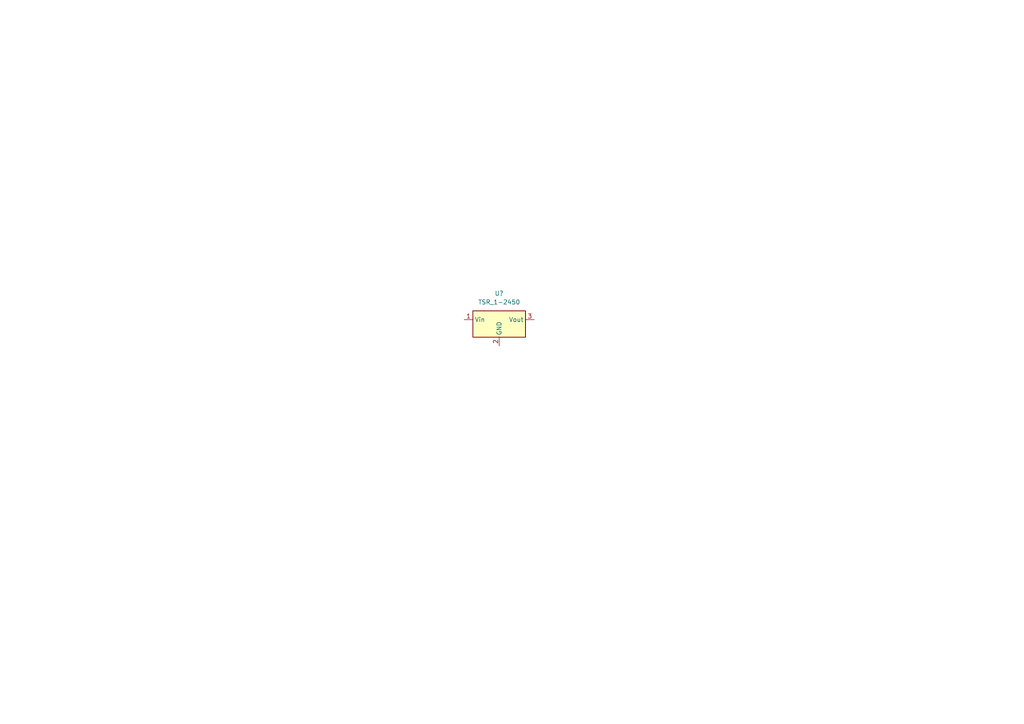
<source format=kicad_sch>
(kicad_sch (version 20211123) (generator eeschema)
  (paper "A4")
  (lib_symbols
    (symbol "Regulator_Switching:TSR_1-2450"
      (property "Reference" "U" (at -7.62 6.35 0))
      (property "Value" "TSR_1-2450" (at -1.27 6.35 0))
      (symbol "TSR_1-2450_0_1"
        (rectangle (start -7.62 5.08) (end 7.62 -2.54) (stroke (width 0.254)) (fill (type background)))
      )
      (symbol "TSR_1-2450_1_1"
        (pin power_in line (at -10.16 2.54 0) (length 2.54) (name "Vin") (number "1"))
        (pin power_in line (at 0 -5.08 90) (length 2.54) (name "GND") (number "2"))
        (pin power_out line (at 10.16 2.54 180) (length 2.54) (name "Vout") (number "3"))
      )
    )
  )
  (symbol (lib_id "Regulator_Switching:TSR_1-2450") (at 144.78 95.25 0) (unit 1)
    (property "Reference" "U?" (at 144.78 85.09 0))
    (property "Value" "TSR_1-2450" (at 144.78 87.63 0))
    (property "Footprint" "Converter_DCDC:Converter_DCDC_TRACO_TSR-1_THT" (effects hide))
    (property "Datasheet" "http://www.tracopower.com/products/tsr1.pdf" (effects hide))
  )
)
</source>
